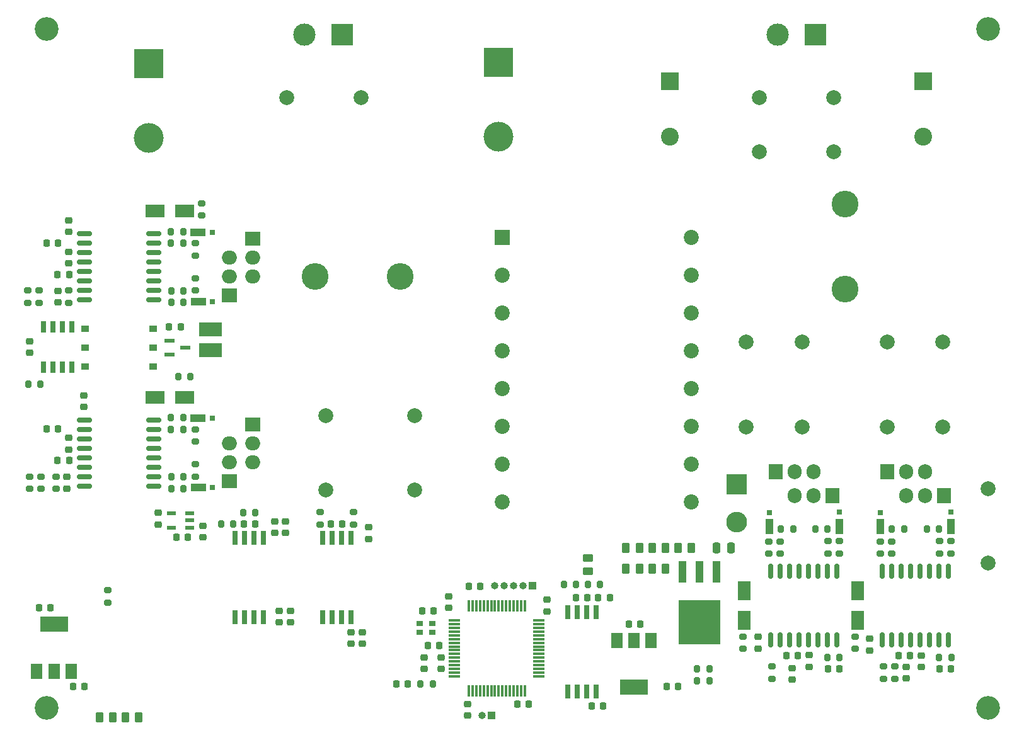
<source format=gbr>
%TF.GenerationSoftware,KiCad,Pcbnew,(6.0.9)*%
%TF.CreationDate,2023-07-13T02:30:16+01:00*%
%TF.ProjectId,Resonant_Converter_V1,5265736f-6e61-46e7-945f-436f6e766572,rev?*%
%TF.SameCoordinates,Original*%
%TF.FileFunction,Soldermask,Top*%
%TF.FilePolarity,Negative*%
%FSLAX46Y46*%
G04 Gerber Fmt 4.6, Leading zero omitted, Abs format (unit mm)*
G04 Created by KiCad (PCBNEW (6.0.9)) date 2023-07-13 02:30:16*
%MOMM*%
%LPD*%
G01*
G04 APERTURE LIST*
G04 Aperture macros list*
%AMRoundRect*
0 Rectangle with rounded corners*
0 $1 Rounding radius*
0 $2 $3 $4 $5 $6 $7 $8 $9 X,Y pos of 4 corners*
0 Add a 4 corners polygon primitive as box body*
4,1,4,$2,$3,$4,$5,$6,$7,$8,$9,$2,$3,0*
0 Add four circle primitives for the rounded corners*
1,1,$1+$1,$2,$3*
1,1,$1+$1,$4,$5*
1,1,$1+$1,$6,$7*
1,1,$1+$1,$8,$9*
0 Add four rect primitives between the rounded corners*
20,1,$1+$1,$2,$3,$4,$5,0*
20,1,$1+$1,$4,$5,$6,$7,0*
20,1,$1+$1,$6,$7,$8,$9,0*
20,1,$1+$1,$8,$9,$2,$3,0*%
G04 Aperture macros list end*
%ADD10RoundRect,0.200000X-0.200000X-0.275000X0.200000X-0.275000X0.200000X0.275000X-0.200000X0.275000X0*%
%ADD11R,1.000000X2.850000*%
%ADD12R,5.550000X5.950000*%
%ADD13RoundRect,0.225000X-0.225000X-0.250000X0.225000X-0.250000X0.225000X0.250000X-0.225000X0.250000X0*%
%ADD14R,1.500000X2.000000*%
%ADD15R,3.800000X2.000000*%
%ADD16RoundRect,0.250000X0.262500X0.450000X-0.262500X0.450000X-0.262500X-0.450000X0.262500X-0.450000X0*%
%ADD17C,2.000000*%
%ADD18RoundRect,0.225000X0.250000X-0.225000X0.250000X0.225000X-0.250000X0.225000X-0.250000X-0.225000X0*%
%ADD19RoundRect,0.225000X0.225000X0.250000X-0.225000X0.250000X-0.225000X-0.250000X0.225000X-0.250000X0*%
%ADD20RoundRect,0.200000X-0.275000X0.200000X-0.275000X-0.200000X0.275000X-0.200000X0.275000X0.200000X0*%
%ADD21RoundRect,0.225000X-0.250000X0.225000X-0.250000X-0.225000X0.250000X-0.225000X0.250000X0.225000X0*%
%ADD22RoundRect,0.200000X0.275000X-0.200000X0.275000X0.200000X-0.275000X0.200000X-0.275000X-0.200000X0*%
%ADD23C,4.000000*%
%ADD24R,4.000000X4.000000*%
%ADD25RoundRect,0.250000X-0.262500X-0.450000X0.262500X-0.450000X0.262500X0.450000X-0.262500X0.450000X0*%
%ADD26C,3.600000*%
%ADD27R,3.000000X3.000000*%
%ADD28C,3.000000*%
%ADD29RoundRect,0.200000X0.200000X0.275000X-0.200000X0.275000X-0.200000X-0.275000X0.200000X-0.275000X0*%
%ADD30C,3.200000*%
%ADD31RoundRect,0.150000X0.150000X-0.875000X0.150000X0.875000X-0.150000X0.875000X-0.150000X-0.875000X0*%
%ADD32R,2.025000X2.025000*%
%ADD33C,2.025000*%
%ADD34R,1.100000X2.000000*%
%ADD35R,0.800000X0.800000*%
%ADD36RoundRect,0.150000X-0.875000X-0.150000X0.875000X-0.150000X0.875000X0.150000X-0.875000X0.150000X0*%
%ADD37RoundRect,0.250000X-0.450000X0.262500X-0.450000X-0.262500X0.450000X-0.262500X0.450000X0.262500X0*%
%ADD38R,2.400000X2.400000*%
%ADD39C,2.400000*%
%ADD40R,2.000000X1.100000*%
%ADD41RoundRect,0.250000X-0.250000X-0.475000X0.250000X-0.475000X0.250000X0.475000X-0.250000X0.475000X0*%
%ADD42R,1.800000X2.500000*%
%ADD43R,0.900000X0.800000*%
%ADD44R,0.650000X1.850000*%
%ADD45R,2.800000X2.800000*%
%ADD46O,2.800000X2.800000*%
%ADD47RoundRect,0.075000X-0.700000X-0.075000X0.700000X-0.075000X0.700000X0.075000X-0.700000X0.075000X0*%
%ADD48RoundRect,0.075000X-0.075000X-0.700000X0.075000X-0.700000X0.075000X0.700000X-0.075000X0.700000X0*%
%ADD49R,1.200000X0.600000*%
%ADD50R,1.350000X0.600000*%
%ADD51R,2.500000X1.800000*%
%ADD52R,1.000000X1.000000*%
%ADD53O,1.000000X1.000000*%
%ADD54RoundRect,0.218750X-0.218750X-0.256250X0.218750X-0.256250X0.218750X0.256250X-0.218750X0.256250X0*%
%ADD55R,3.100000X1.900000*%
%ADD56R,0.650000X1.525000*%
%ADD57R,1.120000X0.960000*%
%ADD58R,1.905000X2.000000*%
%ADD59O,1.905000X2.000000*%
%ADD60R,2.000000X1.905000*%
%ADD61O,2.000000X1.905000*%
G04 APERTURE END LIST*
D10*
%TO.C,R62*%
X50775000Y-78200000D03*
X52425000Y-78200000D03*
%TD*%
D11*
%TO.C,IC1*%
X143290000Y-103500000D03*
X141000000Y-103500000D03*
X138710000Y-103500000D03*
D12*
X141000000Y-110250000D03*
%TD*%
D13*
%TO.C,C55*%
X56825000Y-118900000D03*
X58375000Y-118900000D03*
%TD*%
%TO.C,C47*%
X53775000Y-108250000D03*
X52225000Y-108250000D03*
%TD*%
D14*
%TO.C,U3*%
X51950000Y-116800000D03*
D15*
X54250000Y-110500000D03*
D14*
X54250000Y-116800000D03*
X56550000Y-116800000D03*
%TD*%
D16*
%TO.C,R61*%
X62162500Y-123000000D03*
X60337500Y-123000000D03*
%TD*%
%TO.C,R60*%
X65662500Y-123000000D03*
X63837500Y-123000000D03*
%TD*%
D17*
%TO.C,C51*%
X147245000Y-72600000D03*
X154745000Y-72600000D03*
%TD*%
%TO.C,C50*%
X173700000Y-72600000D03*
X166200000Y-72600000D03*
%TD*%
%TO.C,C49*%
X166200000Y-84000000D03*
X173700000Y-84000000D03*
%TD*%
%TO.C,C20*%
X154745000Y-84000000D03*
X147245000Y-84000000D03*
%TD*%
D18*
%TO.C,C38*%
X96500000Y-99025000D03*
X96500000Y-97475000D03*
%TD*%
D10*
%TO.C,R47*%
X171520000Y-97722500D03*
X173170000Y-97722500D03*
%TD*%
D19*
%TO.C,C80*%
X174765000Y-116500000D03*
X173215000Y-116500000D03*
%TD*%
D20*
%TO.C,R43*%
X73277500Y-89005000D03*
X73277500Y-90655000D03*
%TD*%
D21*
%TO.C,C45*%
X94150000Y-111575000D03*
X94150000Y-113125000D03*
%TD*%
D22*
%TO.C,R7*%
X165265000Y-101025000D03*
X165265000Y-99375000D03*
%TD*%
D10*
%TO.C,R55*%
X140665000Y-116500000D03*
X142315000Y-116500000D03*
%TD*%
D19*
%TO.C,C89*%
X159765000Y-116500000D03*
X158215000Y-116500000D03*
%TD*%
%TO.C,C81*%
X154225000Y-114700000D03*
X152675000Y-114700000D03*
%TD*%
D23*
%TO.C,C32*%
X114000000Y-45000000D03*
D24*
X114000000Y-35000000D03*
%TD*%
D25*
%TO.C,R8*%
X131087500Y-100250000D03*
X132912500Y-100250000D03*
%TD*%
D19*
%TO.C,C17*%
X105275000Y-108700000D03*
X103725000Y-108700000D03*
%TD*%
D14*
%TO.C,U4*%
X134500000Y-112700000D03*
D15*
X132200000Y-119000000D03*
D14*
X132200000Y-112700000D03*
X129900000Y-112700000D03*
%TD*%
D10*
%TO.C,R58*%
X156520000Y-97722500D03*
X158170000Y-97722500D03*
%TD*%
D26*
%TO.C,L1*%
X160500000Y-54000000D03*
X160500000Y-65430000D03*
%TD*%
D19*
%TO.C,C40*%
X125945000Y-106950000D03*
X124395000Y-106950000D03*
%TD*%
D27*
%TO.C,J3*%
X93000000Y-31250000D03*
D28*
X87920000Y-31250000D03*
%TD*%
D24*
%TO.C,C54*%
X67000000Y-35144630D03*
D23*
X67000000Y-45144630D03*
%TD*%
D18*
%TO.C,C4*%
X106250000Y-116525000D03*
X106250000Y-114975000D03*
%TD*%
%TO.C,C11*%
X54750000Y-67250000D03*
X54750000Y-65700000D03*
%TD*%
D29*
%TO.C,R29*%
X78325000Y-97000000D03*
X76675000Y-97000000D03*
%TD*%
D26*
%TO.C,L2*%
X100750000Y-63750000D03*
X89320000Y-63750000D03*
%TD*%
D30*
%TO.C,H2*%
X179750000Y-121750000D03*
%TD*%
D19*
%TO.C,C15*%
X54775000Y-59250000D03*
X53225000Y-59250000D03*
%TD*%
D21*
%TO.C,C87*%
X153390000Y-116425000D03*
X153390000Y-117975000D03*
%TD*%
D17*
%TO.C,C22*%
X102750000Y-82500000D03*
X102750000Y-92500000D03*
%TD*%
D31*
%TO.C,U7*%
X150545000Y-112650000D03*
X151815000Y-112650000D03*
X153085000Y-112650000D03*
X154355000Y-112650000D03*
X155625000Y-112650000D03*
X156895000Y-112650000D03*
X158165000Y-112650000D03*
X159435000Y-112650000D03*
X159435000Y-103350000D03*
X158165000Y-103350000D03*
X156895000Y-103350000D03*
X155625000Y-103350000D03*
X154355000Y-103350000D03*
X153085000Y-103350000D03*
X151815000Y-103350000D03*
X150545000Y-103350000D03*
%TD*%
D18*
%TO.C,C13*%
X56250000Y-57775000D03*
X56250000Y-56225000D03*
%TD*%
D16*
%TO.C,R9*%
X136412500Y-103000000D03*
X134587500Y-103000000D03*
%TD*%
D20*
%TO.C,R52*%
X151815000Y-99375000D03*
X151815000Y-101025000D03*
%TD*%
D21*
%TO.C,C69*%
X120500000Y-107225000D03*
X120500000Y-108775000D03*
%TD*%
D30*
%TO.C,H3*%
X53250000Y-30500000D03*
%TD*%
D29*
%TO.C,R53*%
X153575000Y-97722500D03*
X151925000Y-97722500D03*
%TD*%
D32*
%TO.C,U8*%
X114435000Y-58470000D03*
D33*
X114435000Y-63550000D03*
X114435000Y-68630000D03*
X114435000Y-73710000D03*
X114435000Y-78790000D03*
X114435000Y-83870000D03*
X114435000Y-88950000D03*
X114435000Y-94030000D03*
X139835000Y-94030000D03*
X139835000Y-88950000D03*
X139835000Y-83870000D03*
X139835000Y-78790000D03*
X139835000Y-73710000D03*
X139835000Y-68630000D03*
X139835000Y-63550000D03*
X139835000Y-58470000D03*
%TD*%
D13*
%TO.C,C39*%
X126475000Y-121500000D03*
X128025000Y-121500000D03*
%TD*%
D19*
%TO.C,C26*%
X56275000Y-88475000D03*
X54725000Y-88475000D03*
%TD*%
D18*
%TO.C,C14*%
X56250000Y-87000000D03*
X56250000Y-85450000D03*
%TD*%
D20*
%TO.C,R32*%
X73277500Y-64005000D03*
X73277500Y-65655000D03*
%TD*%
D22*
%TO.C,R51*%
X150265000Y-101025000D03*
X150265000Y-99375000D03*
%TD*%
D34*
%TO.C,D16*%
X159750000Y-97330000D03*
D35*
X159750000Y-95430000D03*
%TD*%
D29*
%TO.C,R42*%
X71675000Y-90700000D03*
X70025000Y-90700000D03*
%TD*%
D22*
%TO.C,R28*%
X167240000Y-117825000D03*
X167240000Y-116175000D03*
%TD*%
D13*
%TO.C,C37*%
X70675000Y-98800000D03*
X72225000Y-98800000D03*
%TD*%
D36*
%TO.C,U2*%
X58350000Y-58030000D03*
X58350000Y-59300000D03*
X58350000Y-60570000D03*
X58350000Y-61840000D03*
X58350000Y-63110000D03*
X58350000Y-64380000D03*
X58350000Y-65650000D03*
X58350000Y-66920000D03*
X67650000Y-66920000D03*
X67650000Y-65650000D03*
X67650000Y-64380000D03*
X67650000Y-63110000D03*
X67650000Y-61840000D03*
X67650000Y-60570000D03*
X67650000Y-59300000D03*
X67650000Y-58030000D03*
%TD*%
D18*
%TO.C,C29*%
X58250000Y-81275000D03*
X58250000Y-79725000D03*
%TD*%
D22*
%TO.C,R13*%
X73277500Y-60955000D03*
X73277500Y-59305000D03*
%TD*%
%TO.C,R44*%
X54500000Y-92300000D03*
X54500000Y-90650000D03*
%TD*%
D37*
%TO.C,R5*%
X126000000Y-101587500D03*
X126000000Y-103412500D03*
%TD*%
D22*
%TO.C,R18*%
X94500000Y-97075000D03*
X94500000Y-95425000D03*
%TD*%
D29*
%TO.C,R36*%
X71625000Y-84300000D03*
X69975000Y-84300000D03*
%TD*%
D38*
%TO.C,C41*%
X171000000Y-37500000D03*
D39*
X171000000Y-45000000D03*
%TD*%
D20*
%TO.C,R1*%
X74077500Y-53925000D03*
X74077500Y-55575000D03*
%TD*%
D29*
%TO.C,R48*%
X174815000Y-115000000D03*
X173165000Y-115000000D03*
%TD*%
D36*
%TO.C,U5*%
X58350000Y-83030000D03*
X58350000Y-84300000D03*
X58350000Y-85570000D03*
X58350000Y-86840000D03*
X58350000Y-88110000D03*
X58350000Y-89380000D03*
X58350000Y-90650000D03*
X58350000Y-91920000D03*
X67650000Y-91920000D03*
X67650000Y-90650000D03*
X67650000Y-89380000D03*
X67650000Y-88110000D03*
X67650000Y-86840000D03*
X67650000Y-85570000D03*
X67650000Y-84300000D03*
X67650000Y-83030000D03*
%TD*%
D20*
%TO.C,R57*%
X158215000Y-99325000D03*
X158215000Y-100975000D03*
%TD*%
D13*
%TO.C,C75*%
X136575000Y-118900000D03*
X138125000Y-118900000D03*
%TD*%
D17*
%TO.C,C21*%
X149000000Y-39750000D03*
X159000000Y-39750000D03*
%TD*%
D25*
%TO.C,R10*%
X134587500Y-100250000D03*
X136412500Y-100250000D03*
%TD*%
D22*
%TO.C,R39*%
X52500000Y-92300000D03*
X52500000Y-90650000D03*
%TD*%
D29*
%TO.C,R34*%
X72575000Y-77250000D03*
X70925000Y-77250000D03*
%TD*%
D20*
%TO.C,R50*%
X146790000Y-112175000D03*
X146790000Y-113825000D03*
%TD*%
D35*
%TO.C,D13*%
X174750000Y-95430000D03*
D34*
X174750000Y-97330000D03*
%TD*%
D17*
%TO.C,C48*%
X179750000Y-102250000D03*
X179750000Y-92250000D03*
%TD*%
D18*
%TO.C,C67*%
X83875000Y-98200000D03*
X83875000Y-96650000D03*
%TD*%
D40*
%TO.C,D7*%
X73670000Y-67130000D03*
D35*
X75570000Y-67130000D03*
%TD*%
D41*
%TO.C,C73*%
X143300000Y-100250000D03*
X145200000Y-100250000D03*
%TD*%
D19*
%TO.C,C27*%
X169275000Y-114750000D03*
X167725000Y-114750000D03*
%TD*%
D18*
%TO.C,C31*%
X56000000Y-92250000D03*
X56000000Y-90700000D03*
%TD*%
D22*
%TO.C,R38*%
X51000000Y-92300000D03*
X51000000Y-90650000D03*
%TD*%
D18*
%TO.C,C43*%
X51000000Y-73998500D03*
X51000000Y-72448500D03*
%TD*%
%TO.C,C65*%
X84500000Y-110275000D03*
X84500000Y-108725000D03*
%TD*%
D31*
%TO.C,U6*%
X165545000Y-112650000D03*
X166815000Y-112650000D03*
X168085000Y-112650000D03*
X169355000Y-112650000D03*
X170625000Y-112650000D03*
X171895000Y-112650000D03*
X173165000Y-112650000D03*
X174435000Y-112650000D03*
X174435000Y-103350000D03*
X173165000Y-103350000D03*
X171895000Y-103350000D03*
X170625000Y-103350000D03*
X169355000Y-103350000D03*
X168085000Y-103350000D03*
X166815000Y-103350000D03*
X165545000Y-103350000D03*
%TD*%
D17*
%TO.C,C5*%
X149000000Y-47000000D03*
X159000000Y-47000000D03*
%TD*%
D40*
%TO.C,D5*%
X73600000Y-57830000D03*
D35*
X75500000Y-57830000D03*
%TD*%
D19*
%TO.C,C12*%
X56275000Y-63475000D03*
X54725000Y-63475000D03*
%TD*%
D40*
%TO.C,D11*%
X73670000Y-92130000D03*
D35*
X75570000Y-92130000D03*
%TD*%
D13*
%TO.C,C74*%
X131475000Y-110500000D03*
X133025000Y-110500000D03*
%TD*%
D22*
%TO.C,R3*%
X52250000Y-67300000D03*
X52250000Y-65650000D03*
%TD*%
D20*
%TO.C,R46*%
X173215000Y-99325000D03*
X173215000Y-100975000D03*
%TD*%
D29*
%TO.C,R30*%
X105150000Y-118500000D03*
X103500000Y-118500000D03*
%TD*%
D42*
%TO.C,D14*%
X146990000Y-106000000D03*
X146990000Y-110000000D03*
%TD*%
D18*
%TO.C,C3*%
X109800000Y-122775000D03*
X109800000Y-121225000D03*
%TD*%
D43*
%TO.C,Y1*%
X103425000Y-111625000D03*
X105075000Y-111625000D03*
X105075000Y-110375000D03*
X103425000Y-110375000D03*
%TD*%
D19*
%TO.C,C35*%
X71275000Y-70500000D03*
X69725000Y-70500000D03*
%TD*%
D44*
%TO.C,IC9*%
X82405000Y-98925000D03*
X81135000Y-98925000D03*
X79865000Y-98925000D03*
X78595000Y-98925000D03*
X78595000Y-109575000D03*
X79865000Y-109575000D03*
X81135000Y-109575000D03*
X82405000Y-109575000D03*
%TD*%
D22*
%TO.C,R23*%
X165740000Y-117825000D03*
X165740000Y-116175000D03*
%TD*%
D45*
%TO.C,D2*%
X146000000Y-91670000D03*
D46*
X146000000Y-96750000D03*
%TD*%
D22*
%TO.C,R40*%
X61500000Y-107575000D03*
X61500000Y-105925000D03*
%TD*%
%TO.C,R56*%
X159765000Y-100975000D03*
X159765000Y-99325000D03*
%TD*%
D21*
%TO.C,C79*%
X170750000Y-114725000D03*
X170750000Y-116275000D03*
%TD*%
D38*
%TO.C,C53*%
X137000000Y-37500000D03*
D39*
X137000000Y-45000000D03*
%TD*%
D29*
%TO.C,R11*%
X71625000Y-59300000D03*
X69975000Y-59300000D03*
%TD*%
D17*
%TO.C,C52*%
X90750000Y-82500000D03*
X90750000Y-92500000D03*
%TD*%
D29*
%TO.C,R31*%
X71675000Y-65700000D03*
X70025000Y-65700000D03*
%TD*%
D18*
%TO.C,C77*%
X163850000Y-114025000D03*
X163850000Y-112475000D03*
%TD*%
D13*
%TO.C,C70*%
X109975000Y-105400000D03*
X111525000Y-105400000D03*
%TD*%
D29*
%TO.C,R59*%
X159815000Y-115000000D03*
X158165000Y-115000000D03*
%TD*%
D47*
%TO.C,U1*%
X108075000Y-110000000D03*
X108075000Y-110500000D03*
X108075000Y-111000000D03*
X108075000Y-111500000D03*
X108075000Y-112000000D03*
X108075000Y-112500000D03*
X108075000Y-113000000D03*
X108075000Y-113500000D03*
X108075000Y-114000000D03*
X108075000Y-114500000D03*
X108075000Y-115000000D03*
X108075000Y-115500000D03*
X108075000Y-116000000D03*
X108075000Y-116500000D03*
X108075000Y-117000000D03*
X108075000Y-117500000D03*
D48*
X110000000Y-119425000D03*
X110500000Y-119425000D03*
X111000000Y-119425000D03*
X111500000Y-119425000D03*
X112000000Y-119425000D03*
X112500000Y-119425000D03*
X113000000Y-119425000D03*
X113500000Y-119425000D03*
X114000000Y-119425000D03*
X114500000Y-119425000D03*
X115000000Y-119425000D03*
X115500000Y-119425000D03*
X116000000Y-119425000D03*
X116500000Y-119425000D03*
X117000000Y-119425000D03*
X117500000Y-119425000D03*
D47*
X119425000Y-117500000D03*
X119425000Y-117000000D03*
X119425000Y-116500000D03*
X119425000Y-116000000D03*
X119425000Y-115500000D03*
X119425000Y-115000000D03*
X119425000Y-114500000D03*
X119425000Y-114000000D03*
X119425000Y-113500000D03*
X119425000Y-113000000D03*
X119425000Y-112500000D03*
X119425000Y-112000000D03*
X119425000Y-111500000D03*
X119425000Y-111000000D03*
X119425000Y-110500000D03*
X119425000Y-110000000D03*
D48*
X117500000Y-108075000D03*
X117000000Y-108075000D03*
X116500000Y-108075000D03*
X116000000Y-108075000D03*
X115500000Y-108075000D03*
X115000000Y-108075000D03*
X114500000Y-108075000D03*
X114000000Y-108075000D03*
X113500000Y-108075000D03*
X113000000Y-108075000D03*
X112500000Y-108075000D03*
X112000000Y-108075000D03*
X111500000Y-108075000D03*
X111000000Y-108075000D03*
X110500000Y-108075000D03*
X110000000Y-108075000D03*
%TD*%
D21*
%TO.C,C59*%
X95650000Y-111575000D03*
X95650000Y-113125000D03*
%TD*%
D18*
%TO.C,C86*%
X148850000Y-113775000D03*
X148850000Y-112225000D03*
%TD*%
D16*
%TO.C,R22*%
X132912500Y-103000000D03*
X131087500Y-103000000D03*
%TD*%
D42*
%TO.C,D6*%
X162200000Y-105975000D03*
X162200000Y-109975000D03*
%TD*%
D21*
%TO.C,C10*%
X104000000Y-114975000D03*
X104000000Y-116525000D03*
%TD*%
D22*
%TO.C,R19*%
X90000000Y-97075000D03*
X90000000Y-95425000D03*
%TD*%
D17*
%TO.C,C33*%
X95500000Y-39750000D03*
X85500000Y-39750000D03*
%TD*%
D22*
%TO.C,R4*%
X161890000Y-113825000D03*
X161890000Y-112175000D03*
%TD*%
D49*
%TO.C,PS1*%
X72500000Y-97500000D03*
X72500000Y-96550000D03*
X72500000Y-95600000D03*
X70000000Y-95600000D03*
X70000000Y-97500000D03*
%TD*%
D22*
%TO.C,R2*%
X50750000Y-67300000D03*
X50750000Y-65650000D03*
%TD*%
D13*
%TO.C,C42*%
X127375000Y-106950000D03*
X128925000Y-106950000D03*
%TD*%
D50*
%TO.C,D1*%
X69762500Y-72350000D03*
X69762500Y-74250000D03*
X71862500Y-73300000D03*
%TD*%
D44*
%TO.C,IC5*%
X94155000Y-98925000D03*
X92885000Y-98925000D03*
X91615000Y-98925000D03*
X90345000Y-98925000D03*
X90345000Y-109575000D03*
X91615000Y-109575000D03*
X92885000Y-109575000D03*
X94155000Y-109575000D03*
%TD*%
D18*
%TO.C,C68*%
X85325000Y-98200000D03*
X85325000Y-96650000D03*
%TD*%
D10*
%TO.C,R35*%
X69975000Y-82750000D03*
X71625000Y-82750000D03*
%TD*%
D51*
%TO.C,D8*%
X67827500Y-54975000D03*
X71827500Y-54975000D03*
%TD*%
D29*
%TO.C,R20*%
X124420000Y-105200000D03*
X122770000Y-105200000D03*
%TD*%
D10*
%TO.C,R15*%
X70025000Y-67250000D03*
X71675000Y-67250000D03*
%TD*%
D19*
%TO.C,C16*%
X106025000Y-113362500D03*
X104475000Y-113362500D03*
%TD*%
%TO.C,C30*%
X54775000Y-84250000D03*
X53225000Y-84250000D03*
%TD*%
D52*
%TO.C,J5*%
X113000000Y-122750000D03*
D53*
X111730000Y-122750000D03*
%TD*%
D54*
%TO.C,D4*%
X100237500Y-118500000D03*
X101812500Y-118500000D03*
%TD*%
D19*
%TO.C,C46*%
X93000000Y-97000000D03*
X91450000Y-97000000D03*
%TD*%
D10*
%TO.C,R41*%
X70025000Y-92250000D03*
X71675000Y-92250000D03*
%TD*%
%TO.C,R12*%
X125975000Y-105200000D03*
X127625000Y-105200000D03*
%TD*%
D29*
%TO.C,R27*%
X81325000Y-95500000D03*
X79675000Y-95500000D03*
%TD*%
D34*
%TO.C,D15*%
X150345000Y-97400000D03*
D35*
X150345000Y-95500000D03*
%TD*%
D19*
%TO.C,C1*%
X118025000Y-121250000D03*
X116475000Y-121250000D03*
%TD*%
D22*
%TO.C,R45*%
X174765000Y-100975000D03*
X174765000Y-99325000D03*
%TD*%
D52*
%TO.C,J4*%
X118500000Y-105300000D03*
D53*
X117230000Y-105300000D03*
X115960000Y-105300000D03*
X114690000Y-105300000D03*
X113420000Y-105300000D03*
%TD*%
D21*
%TO.C,C36*%
X68250000Y-95525000D03*
X68250000Y-97075000D03*
%TD*%
D55*
%TO.C,C34*%
X75250000Y-70850000D03*
X75250000Y-73650000D03*
%TD*%
D40*
%TO.C,D10*%
X73600000Y-82830000D03*
D35*
X75500000Y-82830000D03*
%TD*%
D18*
%TO.C,C2*%
X107250000Y-108275000D03*
X107250000Y-106725000D03*
%TD*%
D21*
%TO.C,C44*%
X74300000Y-97250000D03*
X74300000Y-98800000D03*
%TD*%
D20*
%TO.C,R16*%
X166815000Y-99375000D03*
X166815000Y-101025000D03*
%TD*%
D29*
%TO.C,R17*%
X168470000Y-97722500D03*
X166820000Y-97722500D03*
%TD*%
D22*
%TO.C,R54*%
X150740000Y-117825000D03*
X150740000Y-116175000D03*
%TD*%
D25*
%TO.C,R21*%
X138087500Y-100250000D03*
X139912500Y-100250000D03*
%TD*%
D56*
%TO.C,IC3*%
X56655000Y-70549500D03*
X55385000Y-70549500D03*
X54115000Y-70549500D03*
X52845000Y-70549500D03*
X52845000Y-75973500D03*
X54115000Y-75973500D03*
X55385000Y-75973500D03*
X56655000Y-75973500D03*
%TD*%
D30*
%TO.C,H4*%
X179750000Y-30500000D03*
%TD*%
D22*
%TO.C,R33*%
X56250000Y-67300000D03*
X56250000Y-65650000D03*
%TD*%
D10*
%TO.C,R6*%
X69975000Y-57750000D03*
X71625000Y-57750000D03*
%TD*%
D21*
%TO.C,C78*%
X168740000Y-116225000D03*
X168740000Y-117775000D03*
%TD*%
D57*
%TO.C,T1*%
X58430000Y-70760000D03*
X58430000Y-73300000D03*
X58430000Y-75840000D03*
X67570000Y-75840000D03*
X67570000Y-73300000D03*
X67570000Y-70760000D03*
%TD*%
D44*
%TO.C,IC4*%
X127100000Y-108875000D03*
X125830000Y-108875000D03*
X124560000Y-108875000D03*
X123290000Y-108875000D03*
X123290000Y-119525000D03*
X124560000Y-119525000D03*
X125830000Y-119525000D03*
X127100000Y-119525000D03*
%TD*%
D10*
%TO.C,R49*%
X140665000Y-118100000D03*
X142315000Y-118100000D03*
%TD*%
D18*
%TO.C,C18*%
X56250000Y-62000000D03*
X56250000Y-60450000D03*
%TD*%
D34*
%TO.C,D12*%
X165250000Y-97400000D03*
D35*
X165250000Y-95500000D03*
%TD*%
D22*
%TO.C,R37*%
X73277500Y-85955000D03*
X73277500Y-84305000D03*
%TD*%
D18*
%TO.C,C64*%
X86000000Y-110275000D03*
X86000000Y-108725000D03*
%TD*%
D27*
%TO.C,J1*%
X156540000Y-31250000D03*
D28*
X151460000Y-31250000D03*
%TD*%
D19*
%TO.C,C66*%
X81275000Y-97000000D03*
X79725000Y-97000000D03*
%TD*%
D21*
%TO.C,C88*%
X155690000Y-114675000D03*
X155690000Y-116225000D03*
%TD*%
D30*
%TO.C,H1*%
X53250000Y-121750000D03*
%TD*%
D51*
%TO.C,D9*%
X67827500Y-79975000D03*
X71827500Y-79975000D03*
%TD*%
D58*
%TO.C,Q2*%
X166180000Y-90027500D03*
D59*
X168720000Y-90027500D03*
X171260000Y-90027500D03*
%TD*%
D60*
%TO.C,Q5*%
X77777500Y-91285000D03*
D61*
X77777500Y-88745000D03*
X77777500Y-86205000D03*
%TD*%
D58*
%TO.C,Q7*%
X151180000Y-90027500D03*
D59*
X153720000Y-90027500D03*
X156260000Y-90027500D03*
%TD*%
D58*
%TO.C,Q6*%
X173800000Y-93222500D03*
D59*
X171260000Y-93222500D03*
X168720000Y-93222500D03*
%TD*%
D58*
%TO.C,Q8*%
X158800000Y-93222500D03*
D59*
X156260000Y-93222500D03*
X153720000Y-93222500D03*
%TD*%
D60*
%TO.C,Q3*%
X77777500Y-66285000D03*
D61*
X77777500Y-63745000D03*
X77777500Y-61205000D03*
%TD*%
D60*
%TO.C,Q4*%
X80972500Y-83665000D03*
D61*
X80972500Y-86205000D03*
X80972500Y-88745000D03*
%TD*%
D60*
%TO.C,Q1*%
X80972500Y-58665000D03*
D61*
X80972500Y-61205000D03*
X80972500Y-63745000D03*
%TD*%
M02*

</source>
